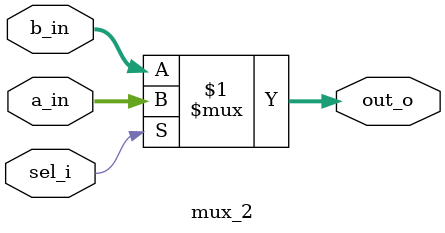
<source format=v>
`timescale 1ns / 1ps


module mux_2  #(
    parameter WIDTH = 16
    )(
    input wire [WIDTH-1:0] a_in,
    input wire [WIDTH-1:0] b_in,
    input wire             sel_i,
    
    output wire [WIDTH-1:0] out_o
    );
    
    assign out_o = sel_i ? a_in : b_in; 
    
endmodule

</source>
